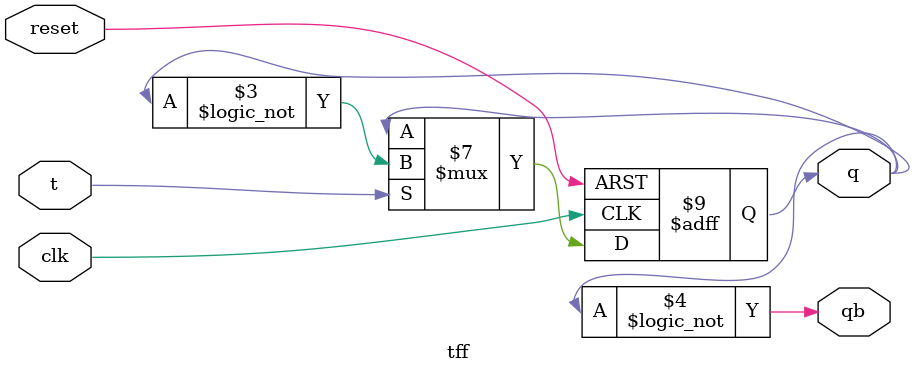
<source format=v>
module tff(t,clk,reset,q,qb);
input t, clk, reset;
output q,qb;
reg q=0;			//giving initial value in memory instead of x


always@(posedge clk or posedge reset)
begin
	if(reset)
 		q <= 1'b0;
	else if(t==1)
		q <= !q;
	else
		q <= q;
end
 assign qb = !q;
endmodule

</source>
